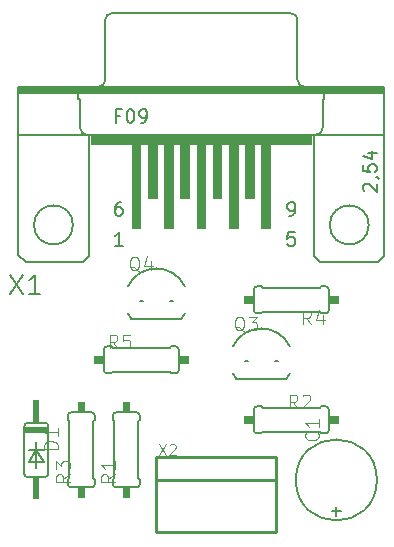
<source format=gbr>
%TF.GenerationSoftware,KiCad,Pcbnew,8.0.4*%
%TF.CreationDate,2024-09-20T14:01:47+02:00*%
%TF.ProjectId,TTL2RS232v1,54544c32-5253-4323-9332-76312e6b6963,rev?*%
%TF.SameCoordinates,Original*%
%TF.FileFunction,Legend,Top*%
%TF.FilePolarity,Positive*%
%FSLAX46Y46*%
G04 Gerber Fmt 4.6, Leading zero omitted, Abs format (unit mm)*
G04 Created by KiCad (PCBNEW 8.0.4) date 2024-09-20 14:01:47*
%MOMM*%
%LPD*%
G01*
G04 APERTURE LIST*
%ADD10C,0.114300*%
%ADD11C,0.091440*%
%ADD12C,0.160020*%
%ADD13C,0.127000*%
%ADD14C,0.152400*%
%ADD15C,0.000000*%
%ADD16C,0.254000*%
G04 APERTURE END LIST*
D10*
X141320805Y-118465836D02*
X140770472Y-118851069D01*
X141320805Y-119126236D02*
X140165105Y-119126236D01*
X140165105Y-119126236D02*
X140165105Y-118685969D01*
X140165105Y-118685969D02*
X140220138Y-118575903D01*
X140220138Y-118575903D02*
X140275172Y-118520869D01*
X140275172Y-118520869D02*
X140385238Y-118465836D01*
X140385238Y-118465836D02*
X140550338Y-118465836D01*
X140550338Y-118465836D02*
X140660405Y-118520869D01*
X140660405Y-118520869D02*
X140715438Y-118575903D01*
X140715438Y-118575903D02*
X140770472Y-118685969D01*
X140770472Y-118685969D02*
X140770472Y-119126236D01*
X141320805Y-117365169D02*
X141320805Y-118025569D01*
X141320805Y-117695369D02*
X140165105Y-117695369D01*
X140165105Y-117695369D02*
X140330205Y-117805436D01*
X140330205Y-117805436D02*
X140440272Y-117915503D01*
X140440272Y-117915503D02*
X140495305Y-118025569D01*
X158482738Y-114909836D02*
X158537772Y-114964869D01*
X158537772Y-114964869D02*
X158592805Y-115129969D01*
X158592805Y-115129969D02*
X158592805Y-115240036D01*
X158592805Y-115240036D02*
X158537772Y-115405136D01*
X158537772Y-115405136D02*
X158427705Y-115515203D01*
X158427705Y-115515203D02*
X158317638Y-115570236D01*
X158317638Y-115570236D02*
X158097505Y-115625269D01*
X158097505Y-115625269D02*
X157932405Y-115625269D01*
X157932405Y-115625269D02*
X157712272Y-115570236D01*
X157712272Y-115570236D02*
X157602205Y-115515203D01*
X157602205Y-115515203D02*
X157492138Y-115405136D01*
X157492138Y-115405136D02*
X157437105Y-115240036D01*
X157437105Y-115240036D02*
X157437105Y-115129969D01*
X157437105Y-115129969D02*
X157492138Y-114964869D01*
X157492138Y-114964869D02*
X157547172Y-114909836D01*
X158592805Y-113809169D02*
X158592805Y-114469569D01*
X158592805Y-114139369D02*
X157437105Y-114139369D01*
X157437105Y-114139369D02*
X157602205Y-114249436D01*
X157602205Y-114249436D02*
X157712272Y-114359503D01*
X157712272Y-114359503D02*
X157767305Y-114469569D01*
X152326930Y-106399372D02*
X152216863Y-106344338D01*
X152216863Y-106344338D02*
X152106797Y-106234272D01*
X152106797Y-106234272D02*
X151941697Y-106069172D01*
X151941697Y-106069172D02*
X151831630Y-106014138D01*
X151831630Y-106014138D02*
X151721563Y-106014138D01*
X151776597Y-106289305D02*
X151666530Y-106234272D01*
X151666530Y-106234272D02*
X151556463Y-106124205D01*
X151556463Y-106124205D02*
X151501430Y-105904072D01*
X151501430Y-105904072D02*
X151501430Y-105518838D01*
X151501430Y-105518838D02*
X151556463Y-105298705D01*
X151556463Y-105298705D02*
X151666530Y-105188638D01*
X151666530Y-105188638D02*
X151776597Y-105133605D01*
X151776597Y-105133605D02*
X151996730Y-105133605D01*
X151996730Y-105133605D02*
X152106797Y-105188638D01*
X152106797Y-105188638D02*
X152216863Y-105298705D01*
X152216863Y-105298705D02*
X152271897Y-105518838D01*
X152271897Y-105518838D02*
X152271897Y-105904072D01*
X152271897Y-105904072D02*
X152216863Y-106124205D01*
X152216863Y-106124205D02*
X152106797Y-106234272D01*
X152106797Y-106234272D02*
X151996730Y-106289305D01*
X151996730Y-106289305D02*
X151776597Y-106289305D01*
X152657130Y-105133605D02*
X153372563Y-105133605D01*
X153372563Y-105133605D02*
X152987330Y-105573872D01*
X152987330Y-105573872D02*
X153152430Y-105573872D01*
X153152430Y-105573872D02*
X153262496Y-105628905D01*
X153262496Y-105628905D02*
X153317530Y-105683938D01*
X153317530Y-105683938D02*
X153372563Y-105794005D01*
X153372563Y-105794005D02*
X153372563Y-106069172D01*
X153372563Y-106069172D02*
X153317530Y-106179238D01*
X153317530Y-106179238D02*
X153262496Y-106234272D01*
X153262496Y-106234272D02*
X153152430Y-106289305D01*
X153152430Y-106289305D02*
X152822230Y-106289305D01*
X152822230Y-106289305D02*
X152712163Y-106234272D01*
X152712163Y-106234272D02*
X152657130Y-106179238D01*
X137510805Y-118465836D02*
X136960472Y-118851069D01*
X137510805Y-119126236D02*
X136355105Y-119126236D01*
X136355105Y-119126236D02*
X136355105Y-118685969D01*
X136355105Y-118685969D02*
X136410138Y-118575903D01*
X136410138Y-118575903D02*
X136465172Y-118520869D01*
X136465172Y-118520869D02*
X136575238Y-118465836D01*
X136575238Y-118465836D02*
X136740338Y-118465836D01*
X136740338Y-118465836D02*
X136850405Y-118520869D01*
X136850405Y-118520869D02*
X136905438Y-118575903D01*
X136905438Y-118575903D02*
X136960472Y-118685969D01*
X136960472Y-118685969D02*
X136960472Y-119126236D01*
X136355105Y-118080603D02*
X136355105Y-117365169D01*
X136355105Y-117365169D02*
X136795372Y-117750403D01*
X136795372Y-117750403D02*
X136795372Y-117585303D01*
X136795372Y-117585303D02*
X136850405Y-117475236D01*
X136850405Y-117475236D02*
X136905438Y-117420203D01*
X136905438Y-117420203D02*
X137015505Y-117365169D01*
X137015505Y-117365169D02*
X137290672Y-117365169D01*
X137290672Y-117365169D02*
X137400738Y-117420203D01*
X137400738Y-117420203D02*
X137455772Y-117475236D01*
X137455772Y-117475236D02*
X137510805Y-117585303D01*
X137510805Y-117585303D02*
X137510805Y-117915503D01*
X137510805Y-117915503D02*
X137455772Y-118025569D01*
X137455772Y-118025569D02*
X137400738Y-118080603D01*
X157938102Y-105781305D02*
X157552869Y-105230972D01*
X157277702Y-105781305D02*
X157277702Y-104625605D01*
X157277702Y-104625605D02*
X157717969Y-104625605D01*
X157717969Y-104625605D02*
X157828036Y-104680638D01*
X157828036Y-104680638D02*
X157883069Y-104735672D01*
X157883069Y-104735672D02*
X157938102Y-104845738D01*
X157938102Y-104845738D02*
X157938102Y-105010838D01*
X157938102Y-105010838D02*
X157883069Y-105120905D01*
X157883069Y-105120905D02*
X157828036Y-105175938D01*
X157828036Y-105175938D02*
X157717969Y-105230972D01*
X157717969Y-105230972D02*
X157277702Y-105230972D01*
X158928702Y-105010838D02*
X158928702Y-105781305D01*
X158653536Y-104570572D02*
X158378369Y-105396072D01*
X158378369Y-105396072D02*
X159093802Y-105396072D01*
X143436930Y-101319372D02*
X143326863Y-101264338D01*
X143326863Y-101264338D02*
X143216797Y-101154272D01*
X143216797Y-101154272D02*
X143051697Y-100989172D01*
X143051697Y-100989172D02*
X142941630Y-100934138D01*
X142941630Y-100934138D02*
X142831563Y-100934138D01*
X142886597Y-101209305D02*
X142776530Y-101154272D01*
X142776530Y-101154272D02*
X142666463Y-101044205D01*
X142666463Y-101044205D02*
X142611430Y-100824072D01*
X142611430Y-100824072D02*
X142611430Y-100438838D01*
X142611430Y-100438838D02*
X142666463Y-100218705D01*
X142666463Y-100218705D02*
X142776530Y-100108638D01*
X142776530Y-100108638D02*
X142886597Y-100053605D01*
X142886597Y-100053605D02*
X143106730Y-100053605D01*
X143106730Y-100053605D02*
X143216797Y-100108638D01*
X143216797Y-100108638D02*
X143326863Y-100218705D01*
X143326863Y-100218705D02*
X143381897Y-100438838D01*
X143381897Y-100438838D02*
X143381897Y-100824072D01*
X143381897Y-100824072D02*
X143326863Y-101044205D01*
X143326863Y-101044205D02*
X143216797Y-101154272D01*
X143216797Y-101154272D02*
X143106730Y-101209305D01*
X143106730Y-101209305D02*
X142886597Y-101209305D01*
X144372496Y-100438838D02*
X144372496Y-101209305D01*
X144097330Y-99998572D02*
X143822163Y-100824072D01*
X143822163Y-100824072D02*
X144537596Y-100824072D01*
D11*
X145048337Y-115927004D02*
X145664710Y-116851564D01*
X145664710Y-115927004D02*
X145048337Y-116851564D01*
X145972896Y-116015058D02*
X146016923Y-115971031D01*
X146016923Y-115971031D02*
X146104976Y-115927004D01*
X146104976Y-115927004D02*
X146325110Y-115927004D01*
X146325110Y-115927004D02*
X146413163Y-115971031D01*
X146413163Y-115971031D02*
X146457190Y-116015058D01*
X146457190Y-116015058D02*
X146501216Y-116103111D01*
X146501216Y-116103111D02*
X146501216Y-116191164D01*
X146501216Y-116191164D02*
X146457190Y-116323244D01*
X146457190Y-116323244D02*
X145928870Y-116851564D01*
X145928870Y-116851564D02*
X146501216Y-116851564D01*
D12*
X132492516Y-101580806D02*
X133571169Y-103198786D01*
X133571169Y-101580806D02*
X132492516Y-103198786D01*
X135035055Y-103198786D02*
X134110495Y-103198786D01*
X134572775Y-103198786D02*
X134572775Y-101580806D01*
X134572775Y-101580806D02*
X134418682Y-101811946D01*
X134418682Y-101811946D02*
X134264589Y-101966040D01*
X134264589Y-101966040D02*
X134110495Y-102043086D01*
D13*
X142000509Y-99137114D02*
X141347366Y-99137114D01*
X141673937Y-99137114D02*
X141673937Y-97994114D01*
X141673937Y-97994114D02*
X141565080Y-98157400D01*
X141565080Y-98157400D02*
X141456223Y-98266257D01*
X141456223Y-98266257D02*
X141347366Y-98320686D01*
X162471471Y-94537333D02*
X162417043Y-94482905D01*
X162417043Y-94482905D02*
X162362614Y-94374048D01*
X162362614Y-94374048D02*
X162362614Y-94101905D01*
X162362614Y-94101905D02*
X162417043Y-93993048D01*
X162417043Y-93993048D02*
X162471471Y-93938619D01*
X162471471Y-93938619D02*
X162580328Y-93884190D01*
X162580328Y-93884190D02*
X162689186Y-93884190D01*
X162689186Y-93884190D02*
X162852471Y-93938619D01*
X162852471Y-93938619D02*
X163505614Y-94591762D01*
X163505614Y-94591762D02*
X163505614Y-93884190D01*
X163451186Y-93339905D02*
X163505614Y-93339905D01*
X163505614Y-93339905D02*
X163614471Y-93394334D01*
X163614471Y-93394334D02*
X163668900Y-93448762D01*
X162362614Y-92305762D02*
X162362614Y-92850048D01*
X162362614Y-92850048D02*
X162906900Y-92904476D01*
X162906900Y-92904476D02*
X162852471Y-92850048D01*
X162852471Y-92850048D02*
X162798043Y-92741191D01*
X162798043Y-92741191D02*
X162798043Y-92469048D01*
X162798043Y-92469048D02*
X162852471Y-92360191D01*
X162852471Y-92360191D02*
X162906900Y-92305762D01*
X162906900Y-92305762D02*
X163015757Y-92251333D01*
X163015757Y-92251333D02*
X163287900Y-92251333D01*
X163287900Y-92251333D02*
X163396757Y-92305762D01*
X163396757Y-92305762D02*
X163451186Y-92360191D01*
X163451186Y-92360191D02*
X163505614Y-92469048D01*
X163505614Y-92469048D02*
X163505614Y-92741191D01*
X163505614Y-92741191D02*
X163451186Y-92850048D01*
X163451186Y-92850048D02*
X163396757Y-92904476D01*
X162743614Y-91271620D02*
X163505614Y-91271620D01*
X162308186Y-91543762D02*
X163124614Y-91815905D01*
X163124614Y-91815905D02*
X163124614Y-91108334D01*
X156061223Y-96597114D02*
X156278937Y-96597114D01*
X156278937Y-96597114D02*
X156387794Y-96542686D01*
X156387794Y-96542686D02*
X156442223Y-96488257D01*
X156442223Y-96488257D02*
X156551080Y-96324971D01*
X156551080Y-96324971D02*
X156605509Y-96107257D01*
X156605509Y-96107257D02*
X156605509Y-95671828D01*
X156605509Y-95671828D02*
X156551080Y-95562971D01*
X156551080Y-95562971D02*
X156496652Y-95508543D01*
X156496652Y-95508543D02*
X156387794Y-95454114D01*
X156387794Y-95454114D02*
X156170080Y-95454114D01*
X156170080Y-95454114D02*
X156061223Y-95508543D01*
X156061223Y-95508543D02*
X156006794Y-95562971D01*
X156006794Y-95562971D02*
X155952366Y-95671828D01*
X155952366Y-95671828D02*
X155952366Y-95943971D01*
X155952366Y-95943971D02*
X156006794Y-96052828D01*
X156006794Y-96052828D02*
X156061223Y-96107257D01*
X156061223Y-96107257D02*
X156170080Y-96161686D01*
X156170080Y-96161686D02*
X156387794Y-96161686D01*
X156387794Y-96161686D02*
X156496652Y-96107257D01*
X156496652Y-96107257D02*
X156551080Y-96052828D01*
X156551080Y-96052828D02*
X156605509Y-95943971D01*
X141782794Y-88124400D02*
X141401794Y-88124400D01*
X141401794Y-88723114D02*
X141401794Y-87580114D01*
X141401794Y-87580114D02*
X141946080Y-87580114D01*
X142599223Y-87580114D02*
X142708080Y-87580114D01*
X142708080Y-87580114D02*
X142816937Y-87634543D01*
X142816937Y-87634543D02*
X142871366Y-87688971D01*
X142871366Y-87688971D02*
X142925794Y-87797828D01*
X142925794Y-87797828D02*
X142980223Y-88015543D01*
X142980223Y-88015543D02*
X142980223Y-88287686D01*
X142980223Y-88287686D02*
X142925794Y-88505400D01*
X142925794Y-88505400D02*
X142871366Y-88614257D01*
X142871366Y-88614257D02*
X142816937Y-88668686D01*
X142816937Y-88668686D02*
X142708080Y-88723114D01*
X142708080Y-88723114D02*
X142599223Y-88723114D01*
X142599223Y-88723114D02*
X142490366Y-88668686D01*
X142490366Y-88668686D02*
X142435937Y-88614257D01*
X142435937Y-88614257D02*
X142381508Y-88505400D01*
X142381508Y-88505400D02*
X142327080Y-88287686D01*
X142327080Y-88287686D02*
X142327080Y-88015543D01*
X142327080Y-88015543D02*
X142381508Y-87797828D01*
X142381508Y-87797828D02*
X142435937Y-87688971D01*
X142435937Y-87688971D02*
X142490366Y-87634543D01*
X142490366Y-87634543D02*
X142599223Y-87580114D01*
X143524508Y-88723114D02*
X143742222Y-88723114D01*
X143742222Y-88723114D02*
X143851079Y-88668686D01*
X143851079Y-88668686D02*
X143905508Y-88614257D01*
X143905508Y-88614257D02*
X144014365Y-88450971D01*
X144014365Y-88450971D02*
X144068794Y-88233257D01*
X144068794Y-88233257D02*
X144068794Y-87797828D01*
X144068794Y-87797828D02*
X144014365Y-87688971D01*
X144014365Y-87688971D02*
X143959937Y-87634543D01*
X143959937Y-87634543D02*
X143851079Y-87580114D01*
X143851079Y-87580114D02*
X143633365Y-87580114D01*
X143633365Y-87580114D02*
X143524508Y-87634543D01*
X143524508Y-87634543D02*
X143470079Y-87688971D01*
X143470079Y-87688971D02*
X143415651Y-87797828D01*
X143415651Y-87797828D02*
X143415651Y-88069971D01*
X143415651Y-88069971D02*
X143470079Y-88178828D01*
X143470079Y-88178828D02*
X143524508Y-88233257D01*
X143524508Y-88233257D02*
X143633365Y-88287686D01*
X143633365Y-88287686D02*
X143851079Y-88287686D01*
X143851079Y-88287686D02*
X143959937Y-88233257D01*
X143959937Y-88233257D02*
X144014365Y-88178828D01*
X144014365Y-88178828D02*
X144068794Y-88069971D01*
X156551080Y-97994114D02*
X156006794Y-97994114D01*
X156006794Y-97994114D02*
X155952366Y-98538400D01*
X155952366Y-98538400D02*
X156006794Y-98483971D01*
X156006794Y-98483971D02*
X156115652Y-98429543D01*
X156115652Y-98429543D02*
X156387794Y-98429543D01*
X156387794Y-98429543D02*
X156496652Y-98483971D01*
X156496652Y-98483971D02*
X156551080Y-98538400D01*
X156551080Y-98538400D02*
X156605509Y-98647257D01*
X156605509Y-98647257D02*
X156605509Y-98919400D01*
X156605509Y-98919400D02*
X156551080Y-99028257D01*
X156551080Y-99028257D02*
X156496652Y-99082686D01*
X156496652Y-99082686D02*
X156387794Y-99137114D01*
X156387794Y-99137114D02*
X156115652Y-99137114D01*
X156115652Y-99137114D02*
X156006794Y-99082686D01*
X156006794Y-99082686D02*
X155952366Y-99028257D01*
X141891652Y-95454114D02*
X141673937Y-95454114D01*
X141673937Y-95454114D02*
X141565080Y-95508543D01*
X141565080Y-95508543D02*
X141510652Y-95562971D01*
X141510652Y-95562971D02*
X141401794Y-95726257D01*
X141401794Y-95726257D02*
X141347366Y-95943971D01*
X141347366Y-95943971D02*
X141347366Y-96379400D01*
X141347366Y-96379400D02*
X141401794Y-96488257D01*
X141401794Y-96488257D02*
X141456223Y-96542686D01*
X141456223Y-96542686D02*
X141565080Y-96597114D01*
X141565080Y-96597114D02*
X141782794Y-96597114D01*
X141782794Y-96597114D02*
X141891652Y-96542686D01*
X141891652Y-96542686D02*
X141946080Y-96488257D01*
X141946080Y-96488257D02*
X142000509Y-96379400D01*
X142000509Y-96379400D02*
X142000509Y-96107257D01*
X142000509Y-96107257D02*
X141946080Y-95998400D01*
X141946080Y-95998400D02*
X141891652Y-95943971D01*
X141891652Y-95943971D02*
X141782794Y-95889543D01*
X141782794Y-95889543D02*
X141565080Y-95889543D01*
X141565080Y-95889543D02*
X141456223Y-95943971D01*
X141456223Y-95943971D02*
X141401794Y-95998400D01*
X141401794Y-95998400D02*
X141347366Y-96107257D01*
D10*
X141548863Y-107813305D02*
X141163630Y-107262972D01*
X140888463Y-107813305D02*
X140888463Y-106657605D01*
X140888463Y-106657605D02*
X141328730Y-106657605D01*
X141328730Y-106657605D02*
X141438797Y-106712638D01*
X141438797Y-106712638D02*
X141493830Y-106767672D01*
X141493830Y-106767672D02*
X141548863Y-106877738D01*
X141548863Y-106877738D02*
X141548863Y-107042838D01*
X141548863Y-107042838D02*
X141493830Y-107152905D01*
X141493830Y-107152905D02*
X141438797Y-107207938D01*
X141438797Y-107207938D02*
X141328730Y-107262972D01*
X141328730Y-107262972D02*
X140888463Y-107262972D01*
X142594497Y-106657605D02*
X142044163Y-106657605D01*
X142044163Y-106657605D02*
X141989130Y-107207938D01*
X141989130Y-107207938D02*
X142044163Y-107152905D01*
X142044163Y-107152905D02*
X142154230Y-107097872D01*
X142154230Y-107097872D02*
X142429397Y-107097872D01*
X142429397Y-107097872D02*
X142539463Y-107152905D01*
X142539463Y-107152905D02*
X142594497Y-107207938D01*
X142594497Y-107207938D02*
X142649530Y-107318005D01*
X142649530Y-107318005D02*
X142649530Y-107593172D01*
X142649530Y-107593172D02*
X142594497Y-107703238D01*
X142594497Y-107703238D02*
X142539463Y-107758272D01*
X142539463Y-107758272D02*
X142429397Y-107813305D01*
X142429397Y-107813305D02*
X142154230Y-107813305D01*
X142154230Y-107813305D02*
X142044163Y-107758272D01*
X142044163Y-107758272D02*
X141989130Y-107703238D01*
X136494805Y-116325997D02*
X135339105Y-116325997D01*
X135339105Y-116325997D02*
X135339105Y-116050830D01*
X135339105Y-116050830D02*
X135394138Y-115885730D01*
X135394138Y-115885730D02*
X135504205Y-115775664D01*
X135504205Y-115775664D02*
X135614272Y-115720630D01*
X135614272Y-115720630D02*
X135834405Y-115665597D01*
X135834405Y-115665597D02*
X135999505Y-115665597D01*
X135999505Y-115665597D02*
X136219638Y-115720630D01*
X136219638Y-115720630D02*
X136329705Y-115775664D01*
X136329705Y-115775664D02*
X136439772Y-115885730D01*
X136439772Y-115885730D02*
X136494805Y-116050830D01*
X136494805Y-116050830D02*
X136494805Y-116325997D01*
X136494805Y-114564930D02*
X136494805Y-115225330D01*
X136494805Y-114895130D02*
X135339105Y-114895130D01*
X135339105Y-114895130D02*
X135504205Y-115005197D01*
X135504205Y-115005197D02*
X135614272Y-115115264D01*
X135614272Y-115115264D02*
X135669305Y-115225330D01*
X156788863Y-112893305D02*
X156403630Y-112342972D01*
X156128463Y-112893305D02*
X156128463Y-111737605D01*
X156128463Y-111737605D02*
X156568730Y-111737605D01*
X156568730Y-111737605D02*
X156678797Y-111792638D01*
X156678797Y-111792638D02*
X156733830Y-111847672D01*
X156733830Y-111847672D02*
X156788863Y-111957738D01*
X156788863Y-111957738D02*
X156788863Y-112122838D01*
X156788863Y-112122838D02*
X156733830Y-112232905D01*
X156733830Y-112232905D02*
X156678797Y-112287938D01*
X156678797Y-112287938D02*
X156568730Y-112342972D01*
X156568730Y-112342972D02*
X156128463Y-112342972D01*
X157229130Y-111847672D02*
X157284163Y-111792638D01*
X157284163Y-111792638D02*
X157394230Y-111737605D01*
X157394230Y-111737605D02*
X157669397Y-111737605D01*
X157669397Y-111737605D02*
X157779463Y-111792638D01*
X157779463Y-111792638D02*
X157834497Y-111847672D01*
X157834497Y-111847672D02*
X157889530Y-111957738D01*
X157889530Y-111957738D02*
X157889530Y-112067805D01*
X157889530Y-112067805D02*
X157834497Y-112232905D01*
X157834497Y-112232905D02*
X157174097Y-112893305D01*
X157174097Y-112893305D02*
X157889530Y-112893305D01*
D14*
%TO.C,R1*%
X143332100Y-114015600D02*
X143459100Y-113888600D01*
X143205100Y-113253600D02*
X141427100Y-113253600D01*
X141300100Y-114015600D02*
X141300100Y-118841600D01*
X143332100Y-118841600D02*
X143459100Y-118968600D01*
X141173100Y-113507600D02*
X141173100Y-113888600D01*
X141173100Y-119349600D02*
X141173100Y-118968600D01*
X143205100Y-119603600D02*
X141427100Y-119603600D01*
X143459100Y-113507600D02*
X143459100Y-113888600D01*
X141300100Y-118841600D02*
X141173100Y-118968600D01*
X143459100Y-119349600D02*
X143459100Y-118968600D01*
X143332100Y-114015600D02*
X143332100Y-118841600D01*
X141300100Y-114015600D02*
X141173100Y-113888600D01*
X143205100Y-113253600D02*
G75*
G02*
X143459100Y-113507600I0J-254000D01*
G01*
X141173100Y-113507600D02*
G75*
G02*
X141427100Y-113253600I254000J0D01*
G01*
X143459100Y-119349600D02*
G75*
G02*
X143205100Y-119603600I-254000J0D01*
G01*
X141427100Y-119603600D02*
G75*
G02*
X141173100Y-119349600I0J254000D01*
G01*
D15*
G36*
X142620900Y-113253600D02*
G01*
X142011300Y-113253600D01*
X142011300Y-112390000D01*
X142620900Y-112390000D01*
X142620900Y-113253600D01*
G37*
G36*
X142620900Y-120467200D02*
G01*
X142011300Y-120467200D01*
X142011300Y-119603600D01*
X142620900Y-119603600D01*
X142620900Y-120467200D01*
G37*
D14*
%TO.C,C1*%
X160477100Y-121635600D02*
X159715100Y-121635600D01*
X160096100Y-122016600D02*
X160096100Y-121254600D01*
X163525100Y-118968600D02*
G75*
G02*
X156667100Y-118968600I-3429000J0D01*
G01*
X156667100Y-118968600D02*
G75*
G02*
X163525100Y-118968600I3429000J0D01*
G01*
D13*
%TO.C,Q3*%
X152610100Y-108935600D02*
X152342100Y-108935600D01*
X151651100Y-110459600D02*
X155841100Y-110459600D01*
X155150100Y-108935600D02*
X154882100Y-108935600D01*
X151333100Y-107672700D02*
G75*
G02*
X156159099Y-107672699I2413000J-1135907D01*
G01*
X156170800Y-109920400D02*
G75*
G02*
X155841101Y-110459601I-2424200J1111900D01*
G01*
X151651100Y-110459600D02*
G75*
G02*
X151332600Y-109944500I2094502J1651105D01*
G01*
D14*
%TO.C,R3*%
X137363100Y-119349600D02*
X137363100Y-118968600D01*
X139395100Y-113253600D02*
X137617100Y-113253600D01*
X137490100Y-114015600D02*
X137363100Y-113888600D01*
X137490100Y-114015600D02*
X137490100Y-118841600D01*
X139522100Y-114015600D02*
X139522100Y-118841600D01*
X139522100Y-118841600D02*
X139649100Y-118968600D01*
X139395100Y-119603600D02*
X137617100Y-119603600D01*
X139649100Y-119349600D02*
X139649100Y-118968600D01*
X137363100Y-113507600D02*
X137363100Y-113888600D01*
X139649100Y-113507600D02*
X139649100Y-113888600D01*
X139522100Y-114015600D02*
X139649100Y-113888600D01*
X137490100Y-118841600D02*
X137363100Y-118968600D01*
X139649100Y-119349600D02*
G75*
G02*
X139395100Y-119603600I-254000J0D01*
G01*
X137617100Y-119603600D02*
G75*
G02*
X137363100Y-119349600I0J254000D01*
G01*
X137363100Y-113507600D02*
G75*
G02*
X137617100Y-113253600I254000J0D01*
G01*
X139395100Y-113253600D02*
G75*
G02*
X139649100Y-113507600I0J-254000D01*
G01*
D15*
G36*
X138810900Y-120467200D02*
G01*
X138201300Y-120467200D01*
X138201300Y-119603600D01*
X138810900Y-119603600D01*
X138810900Y-120467200D01*
G37*
G36*
X138810900Y-113253600D02*
G01*
X138201300Y-113253600D01*
X138201300Y-112390000D01*
X138810900Y-112390000D01*
X138810900Y-113253600D01*
G37*
D14*
%TO.C,R4*%
X153873100Y-104744600D02*
X158699100Y-104744600D01*
X158699100Y-102712600D02*
X158826100Y-102585600D01*
X153873100Y-102712600D02*
X158699100Y-102712600D01*
X159461100Y-102839600D02*
X159461100Y-104617600D01*
X158699100Y-104744600D02*
X158826100Y-104871600D01*
X159207100Y-104871600D02*
X158826100Y-104871600D01*
X153365100Y-104871600D02*
X153746100Y-104871600D01*
X153873100Y-102712600D02*
X153746100Y-102585600D01*
X153111100Y-102839600D02*
X153111100Y-104617600D01*
X153365100Y-102585600D02*
X153746100Y-102585600D01*
X153873100Y-104744600D02*
X153746100Y-104871600D01*
X159207100Y-102585600D02*
X158826100Y-102585600D01*
X159461100Y-104617600D02*
G75*
G02*
X159207100Y-104871600I-254000J0D01*
G01*
X159207100Y-102585600D02*
G75*
G02*
X159461100Y-102839600I0J-254000D01*
G01*
X153111100Y-102839600D02*
G75*
G02*
X153365100Y-102585600I254000J0D01*
G01*
X153365100Y-104871600D02*
G75*
G02*
X153111100Y-104617600I0J254000D01*
G01*
D15*
G36*
X160324700Y-104033400D02*
G01*
X159461100Y-104033400D01*
X159461100Y-103423800D01*
X160324700Y-103423800D01*
X160324700Y-104033400D01*
G37*
G36*
X153111100Y-104033400D02*
G01*
X152247500Y-104033400D01*
X152247500Y-103423800D01*
X153111100Y-103423800D01*
X153111100Y-104033400D01*
G37*
D13*
%TO.C,Q4*%
X143720100Y-103855600D02*
X143452100Y-103855600D01*
X146260100Y-103855600D02*
X145992100Y-103855600D01*
X142761100Y-105379600D02*
X146951100Y-105379600D01*
X142443100Y-102592700D02*
G75*
G02*
X147269099Y-102592699I2413000J-1135907D01*
G01*
X147280800Y-104840400D02*
G75*
G02*
X146951101Y-105379601I-2424200J1111900D01*
G01*
X142761100Y-105379600D02*
G75*
G02*
X142442600Y-104864500I2094502J1651105D01*
G01*
D16*
%TO.C,X2*%
X144856100Y-123413600D02*
X144856100Y-118968600D01*
X155016100Y-123413600D02*
X144856100Y-123413600D01*
X144856100Y-118968600D02*
X155016100Y-118968600D01*
X155016100Y-117063600D02*
X155016100Y-118968600D01*
X144856100Y-118968600D02*
X144856100Y-117063600D01*
X155016100Y-118968600D02*
X155016100Y-123413600D01*
X144856100Y-117063600D02*
X155016100Y-117063600D01*
D14*
%TO.C,X1*%
X161620100Y-86202600D02*
X164160100Y-86202600D01*
X138252100Y-86202600D02*
X159080100Y-86202600D01*
X158953100Y-89123600D02*
X158953100Y-86710600D01*
X135712100Y-86202600D02*
X138252100Y-86202600D01*
X133172100Y-99918600D02*
X133172100Y-89885600D01*
X133172100Y-85694600D02*
X140919100Y-85694600D01*
X140538100Y-85059600D02*
X140538100Y-79979600D01*
X158191100Y-89758600D02*
X159080100Y-89758600D01*
X139141100Y-100045600D02*
X139141100Y-89758600D01*
X159080100Y-89758600D02*
X164160100Y-89758600D01*
X133172100Y-86202600D02*
X133172100Y-85694600D01*
X158953100Y-86710600D02*
X159080100Y-86710600D01*
X138252100Y-89758600D02*
X139141100Y-89758600D01*
X138252100Y-86710600D02*
X138379100Y-86710600D01*
X157937100Y-89758600D02*
X157937100Y-90520600D01*
X139141100Y-89758600D02*
X139395100Y-89758600D01*
X141046100Y-79471600D02*
X141300100Y-79471600D01*
X139395100Y-90520600D02*
X157937100Y-90520600D01*
X141300100Y-79471600D02*
X156032100Y-79471600D01*
X156413100Y-85694600D02*
X140919100Y-85694600D01*
X138633100Y-100553600D02*
X133807100Y-100553600D01*
X133807100Y-100553600D02*
X133172100Y-99918600D01*
X156413100Y-85694600D02*
X164160100Y-85694600D01*
X133172100Y-89758600D02*
X138252100Y-89758600D01*
X156794100Y-85059600D02*
X156794100Y-79979600D01*
X133172100Y-86710600D02*
X133172100Y-86202600D01*
X138379100Y-89123600D02*
X138379100Y-86710600D01*
X164160100Y-86202600D02*
X164160100Y-86710600D01*
X133172100Y-86202600D02*
X135712100Y-86202600D01*
X158191100Y-100045600D02*
X158191100Y-89758600D01*
X164160100Y-85694600D02*
X164160100Y-86202600D01*
X139395100Y-89758600D02*
X139395100Y-90520600D01*
X158699100Y-100553600D02*
X163652100Y-100553600D01*
X164160100Y-89758600D02*
X164160100Y-89885600D01*
X157937100Y-89758600D02*
X158191100Y-89758600D01*
X163652100Y-100553600D02*
X164160100Y-100045600D01*
X159080100Y-86202600D02*
X161620100Y-86202600D01*
X159080100Y-86710600D02*
X159080100Y-86202600D01*
X164160100Y-86710600D02*
X164160100Y-89758600D01*
X138252100Y-86710600D02*
X138252100Y-86202600D01*
X164160100Y-100045600D02*
X164160100Y-89885600D01*
X139395100Y-89758600D02*
X157937100Y-89758600D01*
X158191100Y-100045600D02*
X158699100Y-100553600D01*
X156032100Y-79471600D02*
X156286100Y-79471600D01*
X133172100Y-89758600D02*
X133172100Y-89885600D01*
X138633100Y-100553600D02*
X139141100Y-100045600D01*
X133172100Y-89758600D02*
X133172100Y-86710600D01*
X140538100Y-85059600D02*
G75*
G02*
X139903100Y-85694600I-634999J-1D01*
G01*
X158953100Y-89123600D02*
G75*
G02*
X158318100Y-89758600I-635000J0D01*
G01*
X140538100Y-79979600D02*
G75*
G02*
X141046100Y-79471600I508001J-1D01*
G01*
X139014100Y-89758600D02*
G75*
G02*
X138379100Y-89123600I-1J634999D01*
G01*
X157429100Y-85694600D02*
G75*
G02*
X156794100Y-85059600I0J635000D01*
G01*
X156286100Y-79471600D02*
G75*
G02*
X156794100Y-79979600I0J-508000D01*
G01*
X162839300Y-97378600D02*
G75*
G02*
X159537300Y-97378600I-1651000J0D01*
G01*
X159537300Y-97378600D02*
G75*
G02*
X162839300Y-97378600I1651000J0D01*
G01*
X137794900Y-97378600D02*
G75*
G02*
X134492900Y-97378600I-1651000J0D01*
G01*
X134492900Y-97378600D02*
G75*
G02*
X137794900Y-97378600I1651000J0D01*
G01*
D15*
G36*
X146329300Y-97759600D02*
G01*
X145516500Y-97759600D01*
X145516500Y-90520600D01*
X146329300Y-90520600D01*
X146329300Y-97759600D01*
G37*
G36*
X147700900Y-95219600D02*
G01*
X146888100Y-95219600D01*
X146888100Y-90520600D01*
X147700900Y-90520600D01*
X147700900Y-95219600D01*
G37*
G36*
X143586100Y-97759600D02*
G01*
X142773300Y-97759600D01*
X142773300Y-90520600D01*
X143586100Y-90520600D01*
X143586100Y-97759600D01*
G37*
G36*
X154558900Y-97759600D02*
G01*
X153746100Y-97759600D01*
X153746100Y-90520600D01*
X154558900Y-90520600D01*
X154558900Y-97759600D01*
G37*
G36*
X151815700Y-97759600D02*
G01*
X151002900Y-97759600D01*
X151002900Y-90520600D01*
X151815700Y-90520600D01*
X151815700Y-97759600D01*
G37*
G36*
X150444100Y-95219600D02*
G01*
X149631300Y-95219600D01*
X149631300Y-90520600D01*
X150444100Y-90520600D01*
X150444100Y-95219600D01*
G37*
G36*
X153187300Y-95219600D02*
G01*
X152374500Y-95219600D01*
X152374500Y-90520600D01*
X153187300Y-90520600D01*
X153187300Y-95219600D01*
G37*
G36*
X164160100Y-86202600D02*
G01*
X133172100Y-86202600D01*
X133172100Y-85694600D01*
X164160100Y-85694600D01*
X164160100Y-86202600D01*
G37*
G36*
X157937100Y-90520600D02*
G01*
X139395100Y-90520600D01*
X139395100Y-89758600D01*
X157937100Y-89758600D01*
X157937100Y-90520600D01*
G37*
G36*
X144957700Y-95219600D02*
G01*
X144144900Y-95219600D01*
X144144900Y-90520600D01*
X144957700Y-90520600D01*
X144957700Y-95219600D01*
G37*
G36*
X149072500Y-97759600D02*
G01*
X148259700Y-97759600D01*
X148259700Y-90520600D01*
X149072500Y-90520600D01*
X149072500Y-97759600D01*
G37*
D14*
%TO.C,R5*%
X146761100Y-109697600D02*
X146761100Y-107919600D01*
X141173100Y-109824600D02*
X141046100Y-109951600D01*
X145999100Y-107792600D02*
X146126100Y-107665600D01*
X140665100Y-109951600D02*
X141046100Y-109951600D01*
X145999100Y-109824600D02*
X146126100Y-109951600D01*
X141173100Y-107792600D02*
X141046100Y-107665600D01*
X146507100Y-109951600D02*
X146126100Y-109951600D01*
X146507100Y-107665600D02*
X146126100Y-107665600D01*
X145999100Y-109824600D02*
X141173100Y-109824600D01*
X145999100Y-107792600D02*
X141173100Y-107792600D01*
X140665100Y-107665600D02*
X141046100Y-107665600D01*
X140411100Y-109697600D02*
X140411100Y-107919600D01*
X146507100Y-107665600D02*
G75*
G02*
X146761100Y-107919600I0J-254000D01*
G01*
X140665100Y-109951600D02*
G75*
G02*
X140411100Y-109697600I0J254000D01*
G01*
X146761100Y-109697600D02*
G75*
G02*
X146507100Y-109951600I-254000J0D01*
G01*
X140411100Y-107919600D02*
G75*
G02*
X140665100Y-107665600I254000J0D01*
G01*
D15*
G36*
X147624700Y-109113400D02*
G01*
X146761100Y-109113400D01*
X146761100Y-108503800D01*
X147624700Y-108503800D01*
X147624700Y-109113400D01*
G37*
G36*
X140411100Y-109113400D02*
G01*
X139547500Y-109113400D01*
X139547500Y-108503800D01*
X140411100Y-108503800D01*
X140411100Y-109113400D01*
G37*
D14*
%TO.C,D1*%
X133680100Y-114396600D02*
X133680100Y-118460600D01*
X134696100Y-116428600D02*
X134696100Y-117952600D01*
X134696100Y-116428600D02*
X134061100Y-116428600D01*
X134696100Y-115793600D02*
X134696100Y-116428600D01*
X135331100Y-117444600D02*
X134061100Y-117444600D01*
X133934100Y-118714600D02*
X135458100Y-118714600D01*
X134061100Y-117444600D02*
X134696100Y-116428600D01*
X135458100Y-114142600D02*
X133934100Y-114142600D01*
X135712100Y-114396600D02*
X135712100Y-118460600D01*
X135331100Y-116428600D02*
X134696100Y-116428600D01*
X134696100Y-116428600D02*
X135331100Y-117444600D01*
X135458100Y-114142600D02*
G75*
G02*
X135712100Y-114396600I0J-254000D01*
G01*
X135712100Y-118460600D02*
G75*
G02*
X135458100Y-118714600I-254000J0D01*
G01*
X133680100Y-114396600D02*
G75*
G02*
X133934100Y-114142600I254000J0D01*
G01*
X133934100Y-118714600D02*
G75*
G02*
X133680100Y-118460600I0J254000D01*
G01*
D15*
G36*
X134950100Y-114142600D02*
G01*
X134442100Y-114142600D01*
X134442100Y-112237600D01*
X134950100Y-112237600D01*
X134950100Y-114142600D01*
G37*
G36*
X135712100Y-115031600D02*
G01*
X133680100Y-115031600D01*
X133680100Y-114523600D01*
X135712100Y-114523600D01*
X135712100Y-115031600D01*
G37*
G36*
X134950100Y-120619600D02*
G01*
X134442100Y-120619600D01*
X134442100Y-118714600D01*
X134950100Y-118714600D01*
X134950100Y-120619600D01*
G37*
D14*
%TO.C,R2*%
X153111100Y-114777600D02*
X153111100Y-112999600D01*
X159461100Y-114777600D02*
X159461100Y-112999600D01*
X153365100Y-112745600D02*
X153746100Y-112745600D01*
X153365100Y-115031600D02*
X153746100Y-115031600D01*
X153873100Y-112872600D02*
X153746100Y-112745600D01*
X153873100Y-114904600D02*
X153746100Y-115031600D01*
X158699100Y-112872600D02*
X158826100Y-112745600D01*
X158699100Y-114904600D02*
X158826100Y-115031600D01*
X159207100Y-112745600D02*
X158826100Y-112745600D01*
X159207100Y-115031600D02*
X158826100Y-115031600D01*
X158699100Y-114904600D02*
X153873100Y-114904600D01*
X158699100Y-112872600D02*
X153873100Y-112872600D01*
X153365100Y-115031600D02*
G75*
G02*
X153111100Y-114777600I0J254000D01*
G01*
X159207100Y-112745600D02*
G75*
G02*
X159461100Y-112999600I0J-254000D01*
G01*
X153111100Y-112999600D02*
G75*
G02*
X153365100Y-112745600I254000J0D01*
G01*
X159461100Y-114777600D02*
G75*
G02*
X159207100Y-115031600I-254000J0D01*
G01*
D15*
G36*
X160324700Y-114193400D02*
G01*
X159461100Y-114193400D01*
X159461100Y-113583800D01*
X160324700Y-113583800D01*
X160324700Y-114193400D01*
G37*
G36*
X153111100Y-114193400D02*
G01*
X152247500Y-114193400D01*
X152247500Y-113583800D01*
X153111100Y-113583800D01*
X153111100Y-114193400D01*
G37*
%TD*%
M02*

</source>
